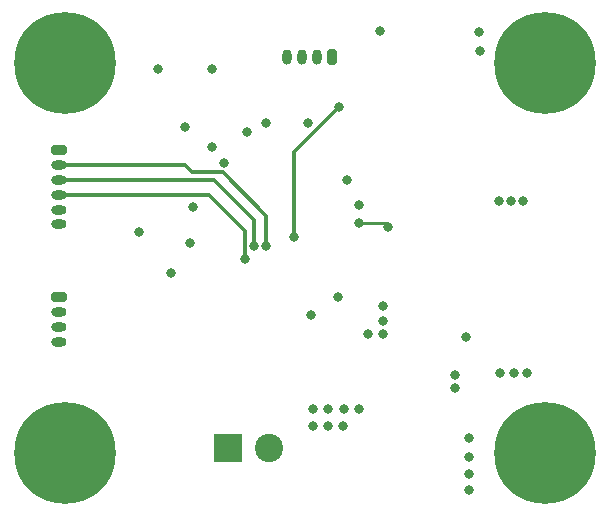
<source format=gbr>
%TF.GenerationSoftware,KiCad,Pcbnew,7.0.10*%
%TF.CreationDate,2024-03-14T18:53:23+05:30*%
%TF.ProjectId,STM32_4LAYER,53544d33-325f-4344-9c41-5945522e6b69,rev?*%
%TF.SameCoordinates,Original*%
%TF.FileFunction,Copper,L4,Bot*%
%TF.FilePolarity,Positive*%
%FSLAX46Y46*%
G04 Gerber Fmt 4.6, Leading zero omitted, Abs format (unit mm)*
G04 Created by KiCad (PCBNEW 7.0.10) date 2024-03-14 18:53:23*
%MOMM*%
%LPD*%
G01*
G04 APERTURE LIST*
G04 Aperture macros list*
%AMRoundRect*
0 Rectangle with rounded corners*
0 $1 Rounding radius*
0 $2 $3 $4 $5 $6 $7 $8 $9 X,Y pos of 4 corners*
0 Add a 4 corners polygon primitive as box body*
4,1,4,$2,$3,$4,$5,$6,$7,$8,$9,$2,$3,0*
0 Add four circle primitives for the rounded corners*
1,1,$1+$1,$2,$3*
1,1,$1+$1,$4,$5*
1,1,$1+$1,$6,$7*
1,1,$1+$1,$8,$9*
0 Add four rect primitives between the rounded corners*
20,1,$1+$1,$2,$3,$4,$5,0*
20,1,$1+$1,$4,$5,$6,$7,0*
20,1,$1+$1,$6,$7,$8,$9,0*
20,1,$1+$1,$8,$9,$2,$3,0*%
G04 Aperture macros list end*
%TA.AperFunction,ComponentPad*%
%ADD10RoundRect,0.200000X-0.450000X0.200000X-0.450000X-0.200000X0.450000X-0.200000X0.450000X0.200000X0*%
%TD*%
%TA.AperFunction,ComponentPad*%
%ADD11O,1.300000X0.800000*%
%TD*%
%TA.AperFunction,ComponentPad*%
%ADD12RoundRect,0.200000X0.200000X0.450000X-0.200000X0.450000X-0.200000X-0.450000X0.200000X-0.450000X0*%
%TD*%
%TA.AperFunction,ComponentPad*%
%ADD13O,0.800000X1.300000*%
%TD*%
%TA.AperFunction,ComponentPad*%
%ADD14C,0.900000*%
%TD*%
%TA.AperFunction,ComponentPad*%
%ADD15C,8.600000*%
%TD*%
%TA.AperFunction,ComponentPad*%
%ADD16R,2.400000X2.400000*%
%TD*%
%TA.AperFunction,ComponentPad*%
%ADD17C,2.400000*%
%TD*%
%TA.AperFunction,ViaPad*%
%ADD18C,0.800000*%
%TD*%
%TA.AperFunction,Conductor*%
%ADD19C,0.300000*%
%TD*%
%TA.AperFunction,Conductor*%
%ADD20C,0.261112*%
%TD*%
G04 APERTURE END LIST*
D10*
%TO.P,J5,1,Pin_1*%
%TO.N,+3.3V*%
X154430200Y-98582000D03*
D11*
%TO.P,J5,2,Pin_2*%
%TO.N,TX*%
X154430200Y-99832000D03*
%TO.P,J5,3,Pin_3*%
%TO.N,RX*%
X154430200Y-101082000D03*
%TO.P,J5,4,Pin_4*%
%TO.N,GND*%
X154430200Y-102332000D03*
%TD*%
D12*
%TO.P,J4,1,Pin_1*%
%TO.N,+3.3V*%
X177490600Y-78230200D03*
D13*
%TO.P,J4,2,Pin_2*%
%TO.N,SCL*%
X176240600Y-78230200D03*
%TO.P,J4,3,Pin_3*%
%TO.N,SDA*%
X174990600Y-78230200D03*
%TO.P,J4,4,Pin_4*%
%TO.N,GND*%
X173740600Y-78230200D03*
%TD*%
D14*
%TO.P,H2,1,1*%
%TO.N,GND*%
X192355000Y-78740000D03*
X193299581Y-76459581D03*
X193299581Y-81020419D03*
X195580000Y-75515000D03*
D15*
X195580000Y-78740000D03*
D14*
X195580000Y-81965000D03*
X197860419Y-76459581D03*
X197860419Y-81020419D03*
X198805000Y-78740000D03*
%TD*%
%TO.P,H4,1,1*%
%TO.N,GND*%
X192355000Y-111760000D03*
X193299581Y-109479581D03*
X193299581Y-114040419D03*
X195580000Y-108535000D03*
D15*
X195580000Y-111760000D03*
D14*
X195580000Y-114985000D03*
X197860419Y-109479581D03*
X197860419Y-114040419D03*
X198805000Y-111760000D03*
%TD*%
D10*
%TO.P,J6,1,Pin_1*%
%TO.N,+3.3V*%
X154432000Y-86155200D03*
D11*
%TO.P,J6,2,Pin_2*%
%TO.N,MOSI*%
X154432000Y-87405200D03*
%TO.P,J6,3,Pin_3*%
%TO.N,MISO*%
X154432000Y-88655200D03*
%TO.P,J6,4,Pin_4*%
%TO.N,SCK*%
X154432000Y-89905200D03*
%TO.P,J6,5,Pin_5*%
%TO.N,NSS*%
X154432000Y-91155200D03*
%TO.P,J6,6,Pin_6*%
%TO.N,GND*%
X154432000Y-92405200D03*
%TD*%
D14*
%TO.P,H3,1,1*%
%TO.N,GND*%
X151715000Y-111760000D03*
X152659581Y-109479581D03*
X152659581Y-114040419D03*
X154940000Y-108535000D03*
D15*
X154940000Y-111760000D03*
D14*
X154940000Y-114985000D03*
X157220419Y-109479581D03*
X157220419Y-114040419D03*
X158165000Y-111760000D03*
%TD*%
D16*
%TO.P,J2,1,Pin_1*%
%TO.N,VCC*%
X168684000Y-111314000D03*
D17*
%TO.P,J2,2,Pin_2*%
%TO.N,GND*%
X172184000Y-111314000D03*
%TD*%
D14*
%TO.P,H1,1,1*%
%TO.N,GND*%
X151715000Y-78740000D03*
X152659581Y-76459581D03*
X152659581Y-81020419D03*
X154940000Y-75515000D03*
D15*
X154940000Y-78740000D03*
D14*
X154940000Y-81965000D03*
X157220419Y-76459581D03*
X157220419Y-81020419D03*
X158165000Y-78740000D03*
%TD*%
D18*
%TO.N,GND*%
X191643000Y-90424000D03*
X192659000Y-90424000D03*
X190011000Y-77705000D03*
X181610000Y-76073000D03*
X193675000Y-90424000D03*
X179832000Y-90750000D03*
X175768000Y-100076000D03*
X161163000Y-93091000D03*
X165481000Y-93980000D03*
X165735000Y-90932000D03*
X165100000Y-84201000D03*
X170307000Y-84582000D03*
%TO.N,+3.3V*%
X168402000Y-87249000D03*
X188849000Y-101981000D03*
X189992000Y-76155000D03*
X163852331Y-96497669D03*
%TO.N,SCK*%
X170180000Y-95377000D03*
%TO.N,MISO*%
X170926751Y-94263413D03*
%TO.N,MOSI*%
X171958000Y-94250000D03*
%TO.N,+3.3V*%
X178816000Y-88646000D03*
X178054000Y-98552000D03*
X167386000Y-79248000D03*
%TO.N,GND*%
X162814000Y-79248000D03*
%TO.N,+3.3V*%
X171958000Y-83820000D03*
X167386000Y-85852000D03*
X175514000Y-83820000D03*
%TO.N,NRST*%
X178104800Y-82499200D03*
X174320200Y-93497400D03*
%TO.N,GND*%
X181864000Y-99314000D03*
X181864000Y-100584000D03*
X194056000Y-105029000D03*
X192913000Y-105029000D03*
X191770000Y-105029000D03*
%TO.N,+3.3V*%
X189103000Y-110490000D03*
X189103000Y-112141000D03*
X189103000Y-113538000D03*
X189103000Y-114935000D03*
%TO.N,GND*%
X178435000Y-109474000D03*
X177165000Y-109474000D03*
X175895000Y-109474000D03*
X175895000Y-108077000D03*
X177165000Y-108077000D03*
X178562000Y-108077000D03*
X179832000Y-108077000D03*
X181864000Y-101727000D03*
X180594000Y-101727000D03*
X187960000Y-106299000D03*
X187960000Y-105156000D03*
%TO.N,USB_D-*%
X182245000Y-92598400D03*
X179832000Y-92329000D03*
%TD*%
D19*
%TO.N,SCK*%
X170176751Y-94574074D02*
X170176751Y-92960751D01*
X170180000Y-94577323D02*
X170176751Y-94574074D01*
X170180000Y-95377000D02*
X170180000Y-94577323D01*
X170176751Y-92960751D02*
X167121200Y-89905200D01*
X167121200Y-89905200D02*
X154432000Y-89905200D01*
%TO.N,MISO*%
X170926751Y-92059751D02*
X167522200Y-88655200D01*
X170926751Y-94263413D02*
X170926751Y-92059751D01*
X167522200Y-88655200D02*
X154432000Y-88655200D01*
%TO.N,MOSI*%
X165070800Y-87405200D02*
X154432000Y-87405200D01*
X165664600Y-87999000D02*
X165070800Y-87405200D01*
X168263000Y-87999000D02*
X165664600Y-87999000D01*
X171958000Y-91694000D02*
X168263000Y-87999000D01*
X171958000Y-94250000D02*
X171958000Y-91694000D01*
%TO.N,NRST*%
X174320200Y-86283800D02*
X178104800Y-82499200D01*
X174320200Y-93497400D02*
X174320200Y-86283800D01*
D20*
%TO.N,USB_D-*%
X181975600Y-92329000D02*
X179832000Y-92329000D01*
X182245000Y-92598400D02*
X181975600Y-92329000D01*
%TD*%
M02*

</source>
